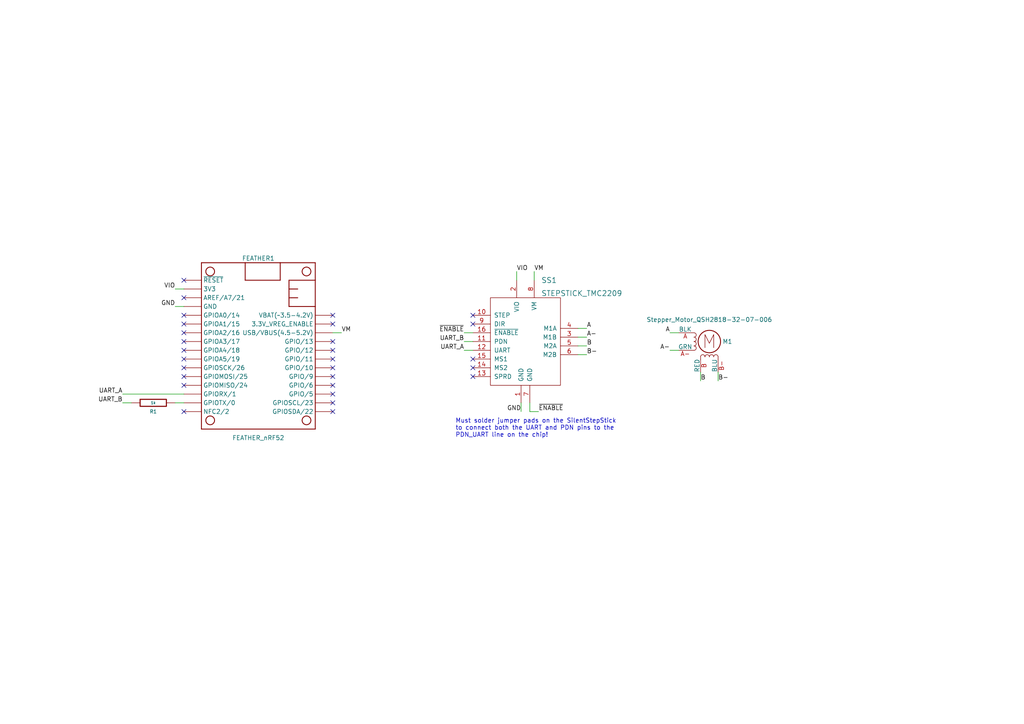
<source format=kicad_sch>
(kicad_sch (version 20211123) (generator eeschema)
  (paper "A4")
  (title_block (title "TMC2209 MEGA2560") (date "2022-11-03") (rev "0.1"))
  (lib_symbols
    (symbol "Janelia:1k_0805" (pin_numbers hide) (pin_names (offset 0))
      (property "Reference" "R" (at 2.032 0 90))
      (property "Value" "1k_0805" (at 0 0 90))
      (symbol "1k_0805_0_1"
        (rectangle (start -1.016 3.81) (end 1.016 -3.81) (stroke (width 0.3048)))
      )
      (symbol "1k_0805_1_1"
        (pin passive line (at 0 6.35 270) (length 2.54) (name "~") (number "1"))
        (pin passive line (at 0 -6.35 90) (length 2.54) (name "~") (number "2"))
      )
    )
    (symbol "Janelia:FEATHERWING_nRF52_PIN_RECEPTACLES"
      (property "Reference" "FW" (at -16.51 24.13 90))
      (property "Value" "FEATHERWING_nRF52_PIN_RECEPTACLES" (at 0 31.75 0))
      (symbol "FEATHERWING_nRF52_PIN_RECEPTACLES_1_0"
        (circle (center -13.97 -21.59) (radius 1.27) (stroke (width 0.254)))
        (circle (center -13.97 21.59) (radius 1.27) (stroke (width 0.254)))
        (polyline (pts (xy -16.51 -24.13) (xy 16.51 -24.13)) (stroke (width 0.254)))
        (polyline (pts (xy -16.51 24.13) (xy -16.51 -24.13)) (stroke (width 0.254)))
        (polyline (pts (xy -3.81 19.05) (xy -3.81 24.13)) (stroke (width 0.254)))
        (polyline (pts (xy -3.81 24.13) (xy -16.51 24.13)) (stroke (width 0.254)))
        (polyline (pts (xy 6.35 19.05) (xy -3.81 19.05)) (stroke (width 0.254)))
        (polyline (pts (xy 6.35 24.13) (xy -3.81 24.13)) (stroke (width 0.254)))
        (polyline (pts (xy 6.35 24.13) (xy 6.35 19.05)) (stroke (width 0.254)))
        (polyline (pts (xy 8.89 11.43) (xy 16.51 11.43)) (stroke (width 0.254)))
        (polyline (pts (xy 8.89 13.97) (xy 8.89 11.43)) (stroke (width 0.254)))
        (polyline (pts (xy 8.89 16.51) (xy 8.89 13.97)) (stroke (width 0.254)))
        (polyline (pts (xy 8.89 19.05) (xy 8.89 16.51)) (stroke (width 0.254)))
        (polyline (pts (xy 11.43 13.97) (xy 8.89 13.97)) (stroke (width 0.254)))
        (polyline (pts (xy 11.43 16.51) (xy 8.89 16.51)) (stroke (width 0.254)))
        (polyline (pts (xy 16.51 -24.13) (xy 16.51 11.43)) (stroke (width 0.254)))
        (polyline (pts (xy 16.51 11.43) (xy 16.51 19.05)) (stroke (width 0.254)))
        (polyline (pts (xy 16.51 19.05) (xy 8.89 19.05)) (stroke (width 0.254)))
        (polyline (pts (xy 16.51 19.05) (xy 16.51 24.13)) (stroke (width 0.254)))
        (polyline (pts (xy 16.51 24.13) (xy 6.35 24.13)) (stroke (width 0.254)))
        (circle (center 13.97 -21.59) (radius 1.27) (stroke (width 0.254)))
        (circle (center 13.97 21.59) (radius 1.27) (stroke (width 0.254)))
        (pin input line (at -21.59 19.05 0) (length 5.08) (name "~{RESET}") (number "1"))
        (pin passive line (at -21.59 -3.81 0) (length 5.08) (name "GPIOA5/19") (number "10"))
        (pin bidirectional line (at -21.59 -6.35 0) (length 5.08) (name "GPIOSCK/26") (number "11"))
        (pin bidirectional line (at -21.59 -8.89 0) (length 5.08) (name "GPIOMOSI/25") (number "12"))
        (pin bidirectional line (at -21.59 -11.43 0) (length 5.08) (name "GPIOMISO/24") (number "13"))
        (pin bidirectional line (at -21.59 -13.97 0) (length 5.08) (name "GPIORX/1") (number "14"))
        (pin bidirectional line (at -21.59 -16.51 0) (length 5.08) (name "GPIOTX/0") (number "15"))
        (pin bidirectional line (at -21.59 -19.05 0) (length 5.08) (name "NFC2/2") (number "16"))
        (pin bidirectional line (at 21.59 -19.05 180) (length 5.08) (name "GPIOSDA/22") (number "17"))
        (pin bidirectional line (at 21.59 -16.51 180) (length 5.08) (name "GPIOSCL/23") (number "18"))
        (pin bidirectional line (at 21.59 -13.97 180) (length 5.08) (name "GPIO/5") (number "19"))
        (pin power_out line (at -21.59 16.51 0) (length 5.08) (name "3V3") (number "2"))
        (pin bidirectional line (at 21.59 -11.43 180) (length 5.08) (name "GPIO/6") (number "20"))
        (pin bidirectional line (at 21.59 -8.89 180) (length 5.08) (name "GPIO/9") (number "21"))
        (pin bidirectional line (at 21.59 -6.35 180) (length 5.08) (name "GPIO/10") (number "22"))
        (pin bidirectional line (at 21.59 -3.81 180) (length 5.08) (name "GPIO/11") (number "23"))
        (pin bidirectional line (at 21.59 -1.27 180) (length 5.08) (name "GPIO/12") (number "24"))
        (pin bidirectional line (at 21.59 1.27 180) (length 5.08) (name "GPIO/13") (number "25"))
        (pin power_out line (at 21.59 3.81 180) (length 5.08) (name "USB/VBUS(4.5-5.2V)") (number "26"))
        (pin input line (at 21.59 6.35 180) (length 5.08) (name "3.3V_VREG_ENABLE") (number "27"))
        (pin power_out line (at 21.59 8.89 180) (length 5.08) (name "VBAT(~3.5-4.2V)") (number "28"))
        (pin passive line (at -21.59 13.97 0) (length 5.08) (name "AREF/A7/21") (number "3"))
        (pin power_out line (at -21.59 11.43 0) (length 5.08) (name "GND") (number "4"))
        (pin passive line (at -21.59 8.89 0) (length 5.08) (name "GPIOA0/14") (number "5"))
        (pin passive line (at -21.59 6.35 0) (length 5.08) (name "GPIOA1/15") (number "6"))
        (pin passive line (at -21.59 3.81 0) (length 5.08) (name "GPIOA2/16") (number "7"))
        (pin passive line (at -21.59 1.27 0) (length 5.08) (name "GPIOA3/17") (number "8"))
        (pin passive line (at -21.59 -1.27 0) (length 5.08) (name "GPIOA4/18") (number "9"))
      )
    )
    (symbol "Janelia:STEPSTICK_TMC2209" (pin_names (offset 1.016))
      (property "Reference" "SS" (at 0 -24.13 0))
      (property "Value" "STEPSTICK_TMC2209" (at 0 24.13 0))
      (symbol "STEPSTICK_TMC2209_0_1"
        (rectangle (start -10.16 12.7) (end 10.16 -12.7))
      )
      (symbol "STEPSTICK_TMC2209_1_1"
        (pin power_in line (at -1.27 -17.78 90) (length 5.08) (name "GND") (number "1"))
        (pin input line (at -15.24 7.62 0) (length 5.08) (name "STEP") (number "10"))
        (pin bidirectional line (at -15.24 0 0) (length 5.08) (name "PDN") (number "11"))
        (pin bidirectional line (at -15.24 -2.54 0) (length 5.08) (name "UART") (number "12"))
        (pin input line (at -15.24 -10.16 0) (length 5.08) (name "SPRD") (number "13"))
        (pin input line (at -15.24 -7.62 0) (length 5.08) (name "MS2") (number "14"))
        (pin input line (at -15.24 -5.08 0) (length 5.08) (name "MS1") (number "15"))
        (pin input line (at -15.24 2.54 0) (length 5.08) (name "~{ENABLE}") (number "16"))
        (pin power_in line (at -2.54 17.78 270) (length 5.08) (name "VIO") (number "2"))
        (pin power_out line (at 15.24 1.27 180) (length 5.08) (name "M1B") (number "3"))
        (pin power_out line (at 15.24 3.81 180) (length 5.08) (name "M1A") (number "4"))
        (pin power_out line (at 15.24 -1.27 180) (length 5.08) (name "M2A") (number "5"))
        (pin power_out line (at 15.24 -3.81 180) (length 5.08) (name "M2B") (number "6"))
        (pin power_in line (at 1.27 -17.78 90) (length 5.08) (name "GND") (number "7"))
        (pin power_in line (at 2.54 17.78 270) (length 5.08) (name "VM") (number "8"))
        (pin input line (at -15.24 5.08 0) (length 5.08) (name "DIR") (number "9"))
      )
    )
    (symbol "Janelia:Stepper_Motor_QSH2818-32-07-006" (pin_names (offset 0))
      (property "Reference" "M" (at 3.81 0 0))
      (property "Value" "Stepper_Motor_QSH2818-32-07-006" (at 0 6.35 0))
      (symbol "Stepper_Motor_QSH2818-32-07-006_0_0"
        (polyline (pts (xy -1.27 -1.778) (xy -1.27 2.032) (xy 0 -0.508) (xy 1.27 2.032) (xy 1.27 -1.778)))
      )
      (symbol "Stepper_Motor_QSH2818-32-07-006_0_1"
        (arc (start -4.445 -2.54) (mid -3.81 -1.905) (end -4.445 -1.27))
        (arc (start -4.445 -1.27) (mid -3.81 -0.635) (end -4.445 0))
        (arc (start -4.445 0) (mid -3.81 0.635) (end -4.445 1.27))
        (arc (start -4.445 1.27) (mid -3.81 1.905) (end -4.445 2.54))
        (arc (start -1.27 -4.445) (mid -1.905 -3.81) (end -2.54 -4.445))
        (arc (start 0 -4.445) (mid -0.635 -3.81) (end -1.27 -4.445))
        (polyline (pts (xy -5.08 -2.54) (xy -4.445 -2.54)))
        (polyline (pts (xy -5.08 2.54) (xy -4.445 2.54)))
        (polyline (pts (xy -2.54 -5.08) (xy -2.54 -4.445)))
        (polyline (pts (xy 2.54 -5.08) (xy 2.54 -4.445)))
        (circle (center 0 0) (radius 3.2512) (stroke (width 0.254)))
        (arc (start 1.27 -4.445) (mid 0.635 -3.81) (end 0 -4.445))
        (arc (start 2.54 -4.445) (mid 1.905 -3.81) (end 1.27 -4.445))
      )
      (symbol "Stepper_Motor_QSH2818-32-07-006_1_1"
        (pin passive line (at -8.89 2.54 0) (length 3.81) (name "BLK") (number "A"))
        (pin passive line (at -8.89 -2.54 0) (length 3.81) (name "GRN") (number "A-"))
        (pin passive line (at -2.54 -8.89 90) (length 3.81) (name "RED") (number "B"))
        (pin passive line (at 2.54 -8.89 90) (length 3.81) (name "BLU") (number "B-"))
      )
    )
  )
  (no_connect (at 53.34 109.22))
  (no_connect (at 53.34 119.38))
  (no_connect (at 96.52 109.22))
  (no_connect (at 53.34 86.36))
  (no_connect (at 96.52 111.76))
  (no_connect (at 137.16 91.44))
  (no_connect (at 53.34 91.44))
  (no_connect (at 53.34 93.98))
  (no_connect (at 53.34 81.28))
  (no_connect (at 137.16 106.68))
  (no_connect (at 53.34 104.14))
  (no_connect (at 53.34 106.68))
  (no_connect (at 96.52 101.6))
  (no_connect (at 96.52 91.44))
  (no_connect (at 96.52 93.98))
  (no_connect (at 96.52 104.14))
  (no_connect (at 96.52 99.06))
  (no_connect (at 96.52 114.3))
  (no_connect (at 53.34 111.76))
  (no_connect (at 137.16 109.22))
  (no_connect (at 96.52 116.84))
  (no_connect (at 53.34 96.52))
  (no_connect (at 96.52 119.38))
  (no_connect (at 53.34 101.6))
  (no_connect (at 137.16 104.14))
  (no_connect (at 96.52 106.68))
  (no_connect (at 137.16 93.98))
  (no_connect (at 53.34 99.06))
  (wire (pts (xy 96.52 96.52) (xy 99.06 96.52)))
  (wire (pts (xy 50.8 116.84) (xy 53.34 116.84)))
  (wire (pts (xy 35.56 114.3) (xy 53.34 114.3)))
  (wire (pts (xy 134.62 101.6) (xy 137.16 101.6)))
  (wire (pts (xy 194.31 96.52) (xy 196.85 96.52)))
  (wire (pts (xy 149.86 78.74) (xy 149.86 81.28)))
  (wire (pts (xy 203.2 107.95) (xy 203.2 110.49)))
  (wire (pts (xy 53.34 88.9) (xy 50.8 88.9)))
  (wire (pts (xy 153.67 116.84) (xy 153.67 119.38)))
  (wire (pts (xy 167.64 95.25) (xy 170.18 95.25)))
  (wire (pts (xy 167.64 102.87) (xy 170.18 102.87)))
  (wire (pts (xy 194.31 101.6) (xy 196.85 101.6)))
  (wire (pts (xy 151.13 116.84) (xy 151.13 119.38)))
  (wire (pts (xy 167.64 97.79) (xy 170.18 97.79)))
  (wire (pts (xy 134.62 99.06) (xy 137.16 99.06)))
  (wire (pts (xy 208.28 107.95) (xy 208.28 110.49)))
  (wire (pts (xy 53.34 83.82) (xy 50.8 83.82)))
  (wire (pts (xy 35.56 116.84) (xy 38.1 116.84)))
  (wire (pts (xy 167.64 100.33) (xy 170.18 100.33)))
  (wire (pts (xy 153.67 119.38) (xy 156.21 119.38)))
  (wire (pts (xy 134.62 96.52) (xy 137.16 96.52)))
  (wire (pts (xy 154.94 78.74) (xy 154.94 81.28)))
  (text "Must solder jumper pads on the SilentStepStick\nto connect both the UART and PDN pins to the\nPDN_UART line on the chip!" (at 132.08 127 0) (effects (font (size 1.27 1.27)) (justify left bottom)))
  (label "A" (at 194.31 96.52 180))
  (label "GND" (at 151.13 119.38 180))
  (label "UART_B" (at 35.56 116.84 180))
  (label "~{ENABLE}" (at 156.21 119.38 0))
  (label "A" (at 170.18 95.25 0))
  (label "UART_A" (at 134.62 101.6 180))
  (label "VM" (at 154.94 78.74 0))
  (label "~{ENABLE}" (at 134.62 96.52 180))
  (label "B" (at 203.2 110.49 0))
  (label "B-" (at 208.28 110.49 0))
  (label "VIO" (at 149.86 78.74 0))
  (label "B-" (at 170.18 102.87 0))
  (label "B" (at 170.18 100.33 0))
  (label "UART_A" (at 35.56 114.3 180))
  (label "VIO" (at 50.8 83.82 180))
  (label "A-" (at 194.31 101.6 180))
  (label "GND" (at 50.8 88.9 180))
  (label "VM" (at 99.06 96.52 0))
  (label "A-" (at 170.18 97.79 0))
  (label "UART_B" (at 134.62 99.06 180))
  (symbol (lib_id "Janelia:Stepper_Motor_QSH2818-32-07-006") (at 205.74 99.06 0) (unit 1)
    (property "Reference" "M1" (at 209.55 99.06 0) (effects (justify left)))
    (property "Value" "Stepper_Motor_QSH2818-32-07-006" (at 205.74 92.71 0))
    (property "Manufacturer" "Trinamic Motion Control" (effects hide))
    (property "Manufacturer Part Number" "QSH2818-32-07-006" (effects hide))
    (property "Vendor" "Digi-Key" (effects hide))
    (property "Vendor Part Number" "1460-1072-ND" (effects hide))
  )
  (symbol (lib_id "Janelia:1k_0805") (at 44.45 116.84 90) (unit 1)
    (property "Reference" "R1" (at 44.45 119.38 90) (effects (font (size 1.016 1.016))))
    (property "Value" "1k" (at 44.45 116.84 90) (effects (font (size 0.762 0.762))))
    (property "Footprint" "footprints:SM0805" (effects hide))
    (property "Vendor" "Digi-Key" (effects hide))
    (property "Vendor Part Number" "P1.00KCCT-ND" (effects hide))
    (property "Description" "RES SMD 1K OHM 1% 1/8W" (effects hide))
    (property "Package" "0805" (effects hide))
  )
  (symbol (lib_id "Janelia:STEPSTICK_TMC2209") (at 152.4 99.06 0) (unit 1)
    (property "Reference" "SS1" (at 156.9594 81.28 0) (effects (font (size 1.524 1.524)) (justify left)))
    (property "Value" "STEPSTICK_TMC2209" (at 156.9594 85.09 0) (effects (font (size 1.524 1.524)) (justify left)))
    (property "Footprint" "footprints:STEPSTICK_TMC2209" (effects hide))
    (property "Vendor" "Digi-Key" (effects hide))
    (property "Vendor Part Number" "ED90331-ND" (effects hide))
    (property "Description" "CONN PIN RCPT .025-.037 SOLDER" (effects hide))
    (property "Quantity" "16" (effects hide))
    (property "Manufacturer" "Mill-Max Manufacturing Corp." (effects hide))
    (property "Manufacturer Part Number" "0305-0-15-15-47-27-10-0" (effects hide))
  )
  (symbol (lib_id "Janelia:FEATHERWING_nRF52_PIN_RECEPTACLES") (at 74.93 100.33 0) (unit 1)
    (property "Reference" "FEATHER1" (at 74.93 74.93 0))
    (property "Value" "FEATHER_nRF52" (at 74.93 127 0))
    (property "Footprint" "Janelia:FEATHERWING_PIN_RECEPTACLES" (effects hide))
    (property "Vendor" "Digi-Key" (effects hide))
    (property "Vendor Part Number" "ED90331-ND" (effects hide))
    (property "Description" "CONN PIN RCPT .025-.037 SOLDER" (effects hide))
    (property "Quantity" "28" (effects hide))
    (property "Manufacturer" "Mill-Max Manufacturing Corp." (effects hide))
    (property "Manufacturer Part Number" "0305-0-15-15-47-27-10-0" (effects hide))
  )
)
</source>
